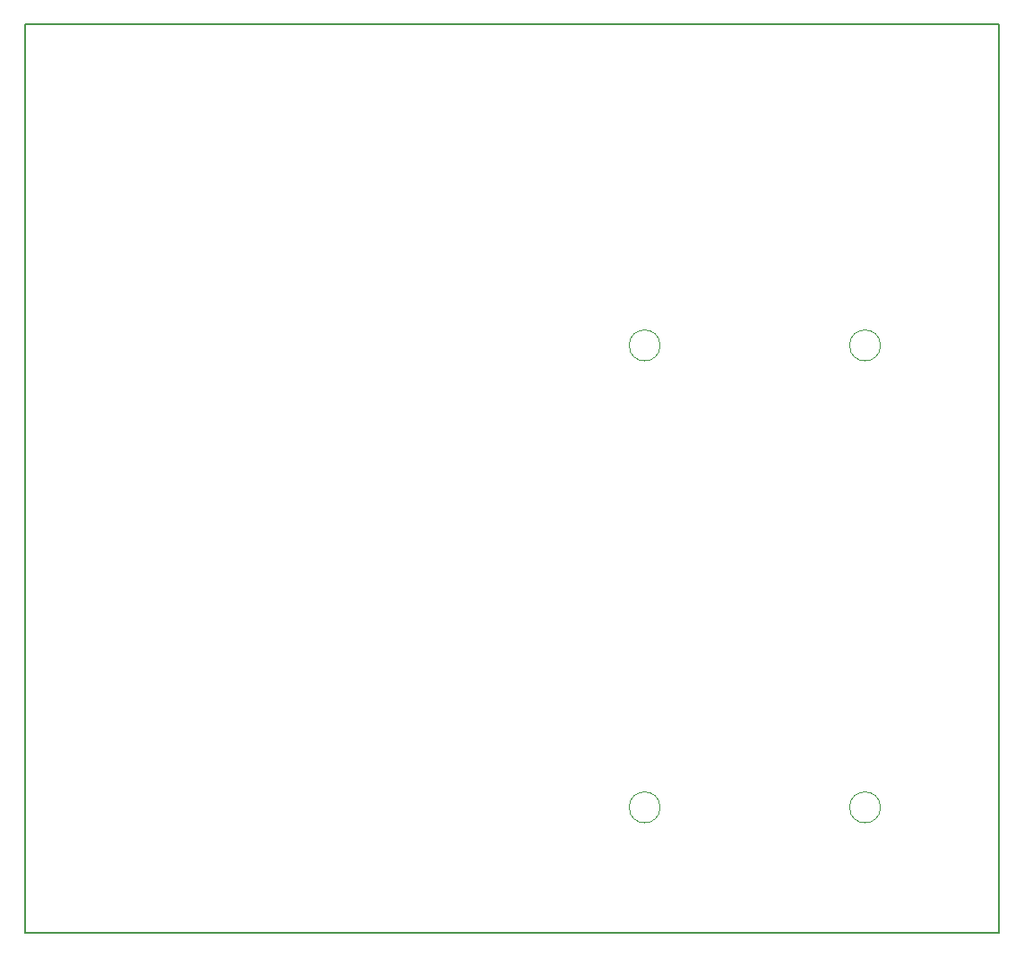
<source format=gko>
G04 Layer_Color=16711935*
%FSLAX44Y44*%
%MOMM*%
G71*
G01*
G75*
%ADD42C,0.2000*%
%ADD66C,0.0508*%
D42*
X460000Y-430000D02*
Y430000D01*
X-460000Y-430000D02*
X460000D01*
X-460000D02*
Y430000D01*
X460000D01*
D66*
X139765Y125840D02*
G03*
X139765Y125840I-14605J0D01*
G01*
X348045D02*
G03*
X348045Y125840I-14605J0D01*
G01*
X139765Y-311040D02*
G03*
X139765Y-311040I-14605J0D01*
G01*
X348045D02*
G03*
X348045Y-311040I-14605J0D01*
G01*
M02*

</source>
